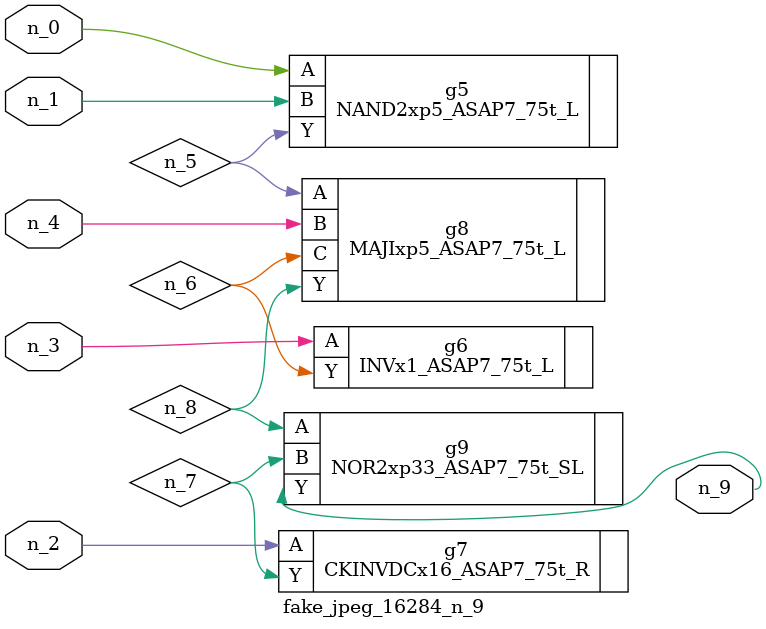
<source format=v>
module fake_jpeg_16284_n_9 (n_3, n_2, n_1, n_0, n_4, n_9);

input n_3;
input n_2;
input n_1;
input n_0;
input n_4;

output n_9;

wire n_8;
wire n_6;
wire n_5;
wire n_7;

NAND2xp5_ASAP7_75t_L g5 ( 
.A(n_0),
.B(n_1),
.Y(n_5)
);

INVx1_ASAP7_75t_L g6 ( 
.A(n_3),
.Y(n_6)
);

CKINVDCx16_ASAP7_75t_R g7 ( 
.A(n_2),
.Y(n_7)
);

MAJIxp5_ASAP7_75t_L g8 ( 
.A(n_5),
.B(n_4),
.C(n_6),
.Y(n_8)
);

NOR2xp33_ASAP7_75t_SL g9 ( 
.A(n_8),
.B(n_7),
.Y(n_9)
);


endmodule
</source>
